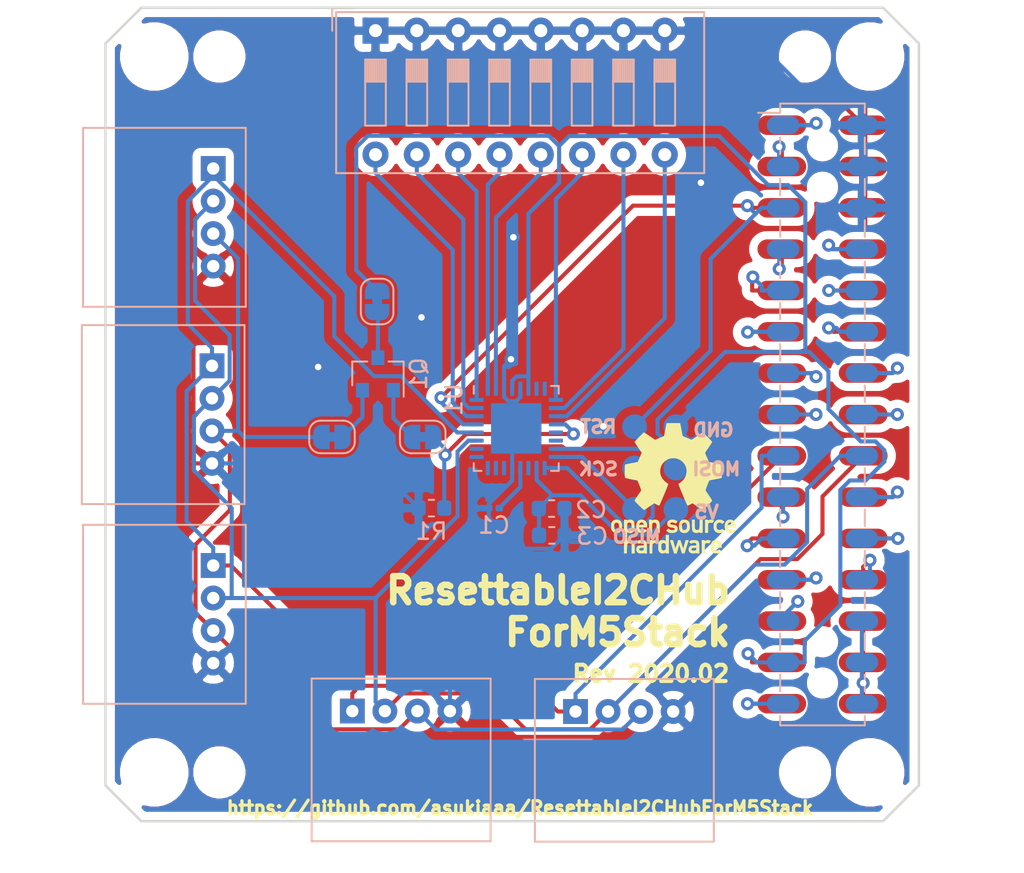
<source format=kicad_pcb>
(kicad_pcb (version 20171130) (host pcbnew 5.1.5-52549c5~84~ubuntu18.04.1)
  (layers (0 F.Cu signal) (31 B.Cu signal) (34 B.Paste user) (35 F.Paste user) (36 B.SilkS user) (37 F.SilkS user) (38 B.Mask user) (39 F.Mask user) (44 Edge.Cuts user))
  (net 0 "")
  (net 1 GND)
  (net 2 +BATT)
  (net 3 +5V)
  (net 4 +3V3)
  (net 5 "Net-(C1-Pad2)")
  (net 6 /CONTROLLED_V5)
  (net 7 /21_SDA)
  (net 8 /22_SCL)
  (net 9 /MISO)
  (net 10 /SCK)
  (net 11 /MOSI)
  (net 12 /RST)
  (net 13 /HPWR)
  (net 14 /15)
  (net 15 /12)
  (net 16 /2)
  (net 17 /16)
  (net 18 /3)
  (net 19 /18)
  (net 20 /19)
  (net 21 /23)
  (net 22 /34)
  (net 23 /0)
  (net 24 /13)
  (net 25 /5)
  (net 26 /17)
  (net 27 /1)
  (net 28 /26)
  (net 29 /25)
  (net 30 /36)
  (net 31 /35)
  (net 32 /P_MOSFET_GATE)
  (net 33 "Net-(JP1-Pad2)")
  (net 34 "Net-(JP2-Pad1)")
  (net 35 "Net-(JP3-Pad2)")
  (net 36 /DIP8)
  (net 37 /DIP7)
  (net 38 /DIP6)
  (net 39 /DIP5)
  (net 40 /DIP4)
  (net 41 /DIP3)
  (net 42 /DIP2)
  (net 43 /DIP1)
  (net 44 "Net-(U1-Pad26)")
  (net 45 "Net-(U1-Pad25)")
  (net 46 "Net-(U1-Pad24)")
  (net 47 "Net-(U1-Pad23)")
  (net 48 "Net-(U1-Pad22)")
  (net 49 "Net-(U1-Pad19)")
  (net 50 "Net-(U1-Pad14)")
  (net 51 "Net-(U1-Pad13)")
  (net 52 "Net-(U1-Pad8)")
  (net 53 "Net-(U1-Pad7)")
  (module Package_TO_SOT_SMD:SOT-23 (layer B.Cu) (at 116.749 72.5082 90)
    (fp_text reference Q1 (at 0 2.5 90) (layer B.SilkS) (effects (justify mirror)))
    (fp_text value Q_PMOS_GSD)
    (pad 3 smd rect (at 1 0 90) (size 0.9 0.8) (layers B.Cu B.Paste B.Mask) (net 34 "Net-(JP2-Pad1)"))
    (pad 2 smd rect (at -1 -0.95 90) (size 0.9 0.8) (layers B.Cu B.Paste B.Mask) (net 35 "Net-(JP3-Pad2)"))
    (pad 1 smd rect (at -1 0.95 90) (size 0.9 0.8) (layers B.Cu B.Paste B.Mask) (net 33 "Net-(JP1-Pad2)"))
  )
  (module Capacitor_SMD:C_0201_0603Metric (layer B.Cu) (at 123.886 80.7582)
    (fp_text reference C1 (at 0 1.05) (layer B.SilkS) (effects (justify mirror)))
    (fp_text value 0.1uf)
    (pad 2 smd roundrect (at 0.32 0) (size 0.46 0.4) (layers B.Cu B.Mask) (net 5 "Net-(C1-Pad2)"))
    (pad 1 smd roundrect (at -0.32 0) (size 0.46 0.4) (layers B.Cu B.Mask) (net 1 GND))
  )
  (module footprints:NS-Tech_Grove_1x04_P2mm_Horizontal (layer B.Cu) (at 106.549 75.0082 180)
    (fp_text reference J8 hide)
    (fp_text value Conn_01x04)
    (pad 4 thru_hole circle (at 0 -3 180) (size 1.524 1.524) (drill 0.762) (layers *.Cu *.Mask) (net 1 GND))
    (pad 3 thru_hole circle (at 0 -1 180) (size 1.524 1.524) (drill 0.762) (layers *.Cu *.Mask) (net 6 /CONTROLLED_V5))
    (pad 2 thru_hole circle (at 0 1 180) (size 1.524 1.524) (drill 0.762) (layers *.Cu *.Mask) (net 7 /21_SDA))
    (pad 1 thru_hole rect (at 0 3 180) (size 1.524 1.524) (drill 0.762) (layers *.Cu *.Mask) (net 8 /22_SCL))
  )
  (module footprints:NS-Tech_Grove_1x04_P2mm_Horizontal (layer B.Cu) (at 106.624 87.2832 180)
    (fp_text reference J7 hide)
    (fp_text value Conn_01x04)
    (pad 4 thru_hole circle (at 0 -3 180) (size 1.524 1.524) (drill 0.762) (layers *.Cu *.Mask) (net 1 GND))
    (pad 3 thru_hole circle (at 0 -1 180) (size 1.524 1.524) (drill 0.762) (layers *.Cu *.Mask) (net 6 /CONTROLLED_V5))
    (pad 2 thru_hole circle (at 0 1 180) (size 1.524 1.524) (drill 0.762) (layers *.Cu *.Mask) (net 7 /21_SDA))
    (pad 1 thru_hole rect (at 0 3 180) (size 1.524 1.524) (drill 0.762) (layers *.Cu *.Mask) (net 8 /22_SCL))
  )
  (module footprints:NS-Tech_Grove_1x04_P2mm_Horizontal (layer B.Cu) (at 131.894 93.2582 270)
    (fp_text reference J6 hide)
    (fp_text value Conn_01x04)
    (pad 4 thru_hole circle (at 0 -3 270) (size 1.524 1.524) (drill 0.762) (layers *.Cu *.Mask) (net 1 GND))
    (pad 3 thru_hole circle (at 0 -1 270) (size 1.524 1.524) (drill 0.762) (layers *.Cu *.Mask) (net 6 /CONTROLLED_V5))
    (pad 2 thru_hole circle (at 0 1 270) (size 1.524 1.524) (drill 0.762) (layers *.Cu *.Mask) (net 7 /21_SDA))
    (pad 1 thru_hole rect (at 0 3 270) (size 1.524 1.524) (drill 0.762) (layers *.Cu *.Mask) (net 8 /22_SCL))
  )
  (module footprints:NS-Tech_Grove_1x04_P2mm_Horizontal (layer B.Cu) (at 118.174 93.2332 270)
    (fp_text reference J5 hide)
    (fp_text value Conn_01x04)
    (pad 4 thru_hole circle (at 0 -3 270) (size 1.524 1.524) (drill 0.762) (layers *.Cu *.Mask) (net 1 GND))
    (pad 3 thru_hole circle (at 0 -1 270) (size 1.524 1.524) (drill 0.762) (layers *.Cu *.Mask) (net 6 /CONTROLLED_V5))
    (pad 2 thru_hole circle (at 0 1 270) (size 1.524 1.524) (drill 0.762) (layers *.Cu *.Mask) (net 7 /21_SDA))
    (pad 1 thru_hole rect (at 0 3 270) (size 1.524 1.524) (drill 0.762) (layers *.Cu *.Mask) (net 8 /22_SCL))
  )
  (module footprints:PinHeader_2x15_P2.54mm_M5Stack (layer F.Cu) (at 144.074 75)
    (fp_text reference J3 hide)
    (fp_text value Header)
    (pad "" np_thru_hole oval (at 0 13.97) (size 0.9 0.9) (drill 0.9) (layers *.Cu *.Mask))
    (pad "" np_thru_hole oval (at 0 -13.97) (size 0.9 0.9) (drill 0.9) (layers *.Cu *.Mask))
    (pad 30 smd oval (at 2.5 17.78) (size 3 1.2) (layers F.Cu F.Paste F.Mask) (net 13 /HPWR))
    (pad 28 smd oval (at 2.5 15.24) (size 3 1.2) (layers F.Cu F.Paste F.Mask) (net 13 /HPWR))
    (pad 26 smd oval (at 2.5 12.7) (size 3 1.2) (layers F.Cu F.Paste F.Mask) (net 13 /HPWR))
    (pad 24 smd oval (at 2.5 10.16) (size 3 1.2) (layers F.Cu F.Paste F.Mask) (net 14 /15))
    (pad 22 smd oval (at 2.5 7.62) (size 3 1.2) (layers F.Cu F.Paste F.Mask) (net 15 /12))
    (pad 20 smd oval (at 2.5 5.08) (size 3 1.2) (layers F.Cu F.Paste F.Mask) (net 16 /2))
    (pad 18 smd oval (at 2.5 2.54) (size 3 1.2) (layers F.Cu F.Paste F.Mask) (net 7 /21_SDA))
    (pad 16 smd oval (at 2.5 0.01) (size 3 1.2) (layers F.Cu F.Paste F.Mask) (net 17 /16))
    (pad 14 smd oval (at 2.5 -2.55) (size 3 1.2) (layers F.Cu F.Paste F.Mask) (net 18 /3))
    (pad 12 smd oval (at 2.5 -5.08) (size 3 1.2) (layers F.Cu F.Paste F.Mask) (net 19 /18))
    (pad 10 smd oval (at 2.5 -7.62) (size 3 1.2) (layers F.Cu F.Paste F.Mask) (net 20 /19))
    (pad 8 smd oval (at 2.5 -10.16) (size 3 1.2) (layers F.Cu F.Paste F.Mask) (net 21 /23))
    (pad 6 smd oval (at 2.5 -12.7) (size 3 1.2) (layers F.Cu F.Paste F.Mask) (net 1 GND))
    (pad 4 smd oval (at 2.5 -15.24) (size 3 1.2) (layers F.Cu F.Paste F.Mask) (net 1 GND))
    (pad 2 smd oval (at 2.5 -17.78) (size 3 1.2) (layers F.Cu F.Paste F.Mask) (net 1 GND))
    (pad 29 smd oval (at -2.5 17.78) (size 3 1.2) (layers F.Cu F.Paste F.Mask) (net 2 +BATT))
    (pad 27 smd oval (at -2.5 15.24) (size 3 1.2) (layers F.Cu F.Paste F.Mask) (net 3 +5V))
    (pad 25 smd oval (at -2.5 12.7) (size 3 1.2) (layers F.Cu F.Paste F.Mask) (net 22 /34))
    (pad 23 smd oval (at -2.5 10.16) (size 3 1.2) (layers F.Cu F.Paste F.Mask) (net 23 /0))
    (pad 21 smd oval (at -2.5 7.62) (size 3 1.2) (layers F.Cu F.Paste F.Mask) (net 24 /13))
    (pad 19 smd oval (at -2.5 5.08) (size 3 1.2) (layers F.Cu F.Paste F.Mask) (net 25 /5))
    (pad 17 smd oval (at -2.5 2.54) (size 3 1.2) (layers F.Cu F.Paste F.Mask) (net 8 /22_SCL))
    (pad 15 smd oval (at -2.5 0.01) (size 3 1.2) (layers F.Cu F.Paste F.Mask) (net 26 /17))
    (pad 13 smd oval (at -2.5 -2.54) (size 3 1.2) (layers F.Cu F.Paste F.Mask) (net 27 /1))
    (pad 11 smd oval (at -2.5 -5.08) (size 3 1.2) (layers F.Cu F.Paste F.Mask) (net 4 +3V3))
    (pad 9 smd oval (at -2.5 -7.62) (size 3 1.2) (layers F.Cu F.Paste F.Mask) (net 28 /26))
    (pad 7 smd oval (at -2.5 -10.16) (size 3 1.2) (layers F.Cu F.Paste F.Mask) (net 29 /25))
    (pad 5 smd oval (at -2.5 -12.7) (size 3 1.2) (layers F.Cu F.Paste F.Mask) (net 12 /RST))
    (pad 3 smd oval (at -2.5 -15.24) (size 3 1.2) (layers F.Cu F.Paste F.Mask) (net 30 /36))
    (pad 1 smd oval (at -2.5 -17.78) (size 3 1.2) (layers F.Cu F.Paste F.Mask) (net 31 /35))
  )
  (module Package_DFN_QFN:QFN-32-1EP_5x5mm_P0.5mm_EP3.1x3.1mm (layer B.Cu) (at 125.249 75.8582 270)
    (fp_text reference U1 (at -1.775 3.825 90) (layer B.SilkS) (effects (justify mirror)))
    (fp_text value ATmega328P-MU)
    (pad 33 smd rect (at 0 0 270) (size 3.1 3.1) (layers B.Cu B.Mask) (net 1 GND))
    (pad 32 smd roundrect (at -1.75 2.4375 270) (size 0.25 0.875) (layers B.Cu B.Paste B.Mask) (net 41 /DIP3))
    (pad 31 smd roundrect (at -1.25 2.4375 270) (size 0.25 0.875) (layers B.Cu B.Paste B.Mask) (net 42 /DIP2))
    (pad 30 smd roundrect (at -0.75 2.4375 270) (size 0.25 0.875) (layers B.Cu B.Paste B.Mask) (net 43 /DIP1))
    (pad 29 smd roundrect (at -0.25 2.4375 270) (size 0.25 0.875) (layers B.Cu B.Paste B.Mask) (net 12 /RST))
    (pad 28 smd roundrect (at 0.25 2.4375 270) (size 0.25 0.875) (layers B.Cu B.Paste B.Mask) (net 8 /22_SCL))
    (pad 27 smd roundrect (at 0.75 2.4375 270) (size 0.25 0.875) (layers B.Cu B.Paste B.Mask) (net 7 /21_SDA))
    (pad 26 smd roundrect (at 1.25 2.4375 270) (size 0.25 0.875) (layers B.Cu B.Paste B.Mask) (net 44 "Net-(U1-Pad26)"))
    (pad 25 smd roundrect (at 1.75 2.4375 270) (size 0.25 0.875) (layers B.Cu B.Paste B.Mask) (net 45 "Net-(U1-Pad25)"))
    (pad 24 smd roundrect (at 2.4375 1.75 270) (size 0.875 0.25) (layers B.Cu B.Paste B.Mask) (net 46 "Net-(U1-Pad24)"))
    (pad 23 smd roundrect (at 2.4375 1.25 270) (size 0.875 0.25) (layers B.Cu B.Paste B.Mask) (net 47 "Net-(U1-Pad23)"))
    (pad 22 smd roundrect (at 2.4375 0.75 270) (size 0.875 0.25) (layers B.Cu B.Paste B.Mask) (net 48 "Net-(U1-Pad22)"))
    (pad 21 smd roundrect (at 2.4375 0.25 270) (size 0.875 0.25) (layers B.Cu B.Paste B.Mask) (net 1 GND))
    (pad 20 smd roundrect (at 2.4375 -0.25 270) (size 0.875 0.25) (layers B.Cu B.Paste B.Mask) (net 5 "Net-(C1-Pad2)"))
    (pad 19 smd roundrect (at 2.4375 -0.75 270) (size 0.875 0.25) (layers B.Cu B.Paste B.Mask) (net 49 "Net-(U1-Pad19)"))
    (pad 18 smd roundrect (at 2.4375 -1.25 270) (size 0.875 0.25) (layers B.Cu B.Paste B.Mask) (net 3 +5V))
    (pad 17 smd roundrect (at 2.4375 -1.75 270) (size 0.875 0.25) (layers B.Cu B.Paste B.Mask) (net 10 /SCK))
    (pad 16 smd roundrect (at 1.75 -2.4375 270) (size 0.25 0.875) (layers B.Cu B.Paste B.Mask) (net 9 /MISO))
    (pad 15 smd roundrect (at 1.25 -2.4375 270) (size 0.25 0.875) (layers B.Cu B.Paste B.Mask) (net 11 /MOSI))
    (pad 14 smd roundrect (at 0.75 -2.4375 270) (size 0.25 0.875) (layers B.Cu B.Paste B.Mask) (net 50 "Net-(U1-Pad14)"))
    (pad 13 smd roundrect (at 0.25 -2.4375 270) (size 0.25 0.875) (layers B.Cu B.Paste B.Mask) (net 51 "Net-(U1-Pad13)"))
    (pad 12 smd roundrect (at -0.25 -2.4375 270) (size 0.25 0.875) (layers B.Cu B.Paste B.Mask) (net 32 /P_MOSFET_GATE))
    (pad 11 smd roundrect (at -0.75 -2.4375 270) (size 0.25 0.875) (layers B.Cu B.Paste B.Mask) (net 36 /DIP8))
    (pad 10 smd roundrect (at -1.25 -2.4375 270) (size 0.25 0.875) (layers B.Cu B.Paste B.Mask) (net 37 /DIP7))
    (pad 9 smd roundrect (at -1.75 -2.4375 270) (size 0.25 0.875) (layers B.Cu B.Paste B.Mask) (net 38 /DIP6))
    (pad 8 smd roundrect (at -2.4375 -1.75 270) (size 0.875 0.25) (layers B.Cu B.Paste B.Mask) (net 52 "Net-(U1-Pad8)"))
    (pad 7 smd roundrect (at -2.4375 -1.25 270) (size 0.875 0.25) (layers B.Cu B.Paste B.Mask) (net 53 "Net-(U1-Pad7)"))
    (pad 6 smd roundrect (at -2.4375 -0.75 270) (size 0.875 0.25) (layers B.Cu B.Paste B.Mask) (net 3 +5V))
    (pad 5 smd roundrect (at -2.4375 -0.25 270) (size 0.875 0.25) (layers B.Cu B.Paste B.Mask) (net 1 GND))
    (pad 4 smd roundrect (at -2.4375 0.25 270) (size 0.875 0.25) (layers B.Cu B.Paste B.Mask) (net 3 +5V))
    (pad 3 smd roundrect (at -2.4375 0.75 270) (size 0.875 0.25) (layers B.Cu B.Paste B.Mask) (net 1 GND))
    (pad 2 smd roundrect (at -2.4375 1.25 270) (size 0.875 0.25) (layers B.Cu B.Paste B.Mask) (net 39 /DIP5))
    (pad 1 smd roundrect (at -2.4375 1.75 270) (size 0.875 0.25) (layers B.Cu B.Paste B.Mask) (net 40 /DIP4))
  )
  (module Button_Switch_THT:SW_DIP_SPSTx08_Slide_9.78x22.5mm_W7.62mm_P2.54mm (layer B.Cu) (at 116.599 51.4082 270)
    (fp_text reference SW1 hide)
    (fp_text value SW_DIP_x08)
    (pad 16 thru_hole oval (at 7.62 0 270) (size 1.6 1.6) (drill 0.8) (layers *.Cu *.Mask) (net 43 /DIP1))
    (pad 8 thru_hole oval (at 0 -17.78 270) (size 1.6 1.6) (drill 0.8) (layers *.Cu *.Mask) (net 1 GND))
    (pad 15 thru_hole oval (at 7.62 -2.54 270) (size 1.6 1.6) (drill 0.8) (layers *.Cu *.Mask) (net 42 /DIP2))
    (pad 7 thru_hole oval (at 0 -15.24 270) (size 1.6 1.6) (drill 0.8) (layers *.Cu *.Mask) (net 1 GND))
    (pad 14 thru_hole oval (at 7.62 -5.08 270) (size 1.6 1.6) (drill 0.8) (layers *.Cu *.Mask) (net 41 /DIP3))
    (pad 6 thru_hole oval (at 0 -12.7 270) (size 1.6 1.6) (drill 0.8) (layers *.Cu *.Mask) (net 1 GND))
    (pad 13 thru_hole oval (at 7.62 -7.62 270) (size 1.6 1.6) (drill 0.8) (layers *.Cu *.Mask) (net 40 /DIP4))
    (pad 5 thru_hole oval (at 0 -10.16 270) (size 1.6 1.6) (drill 0.8) (layers *.Cu *.Mask) (net 1 GND))
    (pad 12 thru_hole oval (at 7.62 -10.16 270) (size 1.6 1.6) (drill 0.8) (layers *.Cu *.Mask) (net 39 /DIP5))
    (pad 4 thru_hole oval (at 0 -7.62 270) (size 1.6 1.6) (drill 0.8) (layers *.Cu *.Mask) (net 1 GND))
    (pad 11 thru_hole oval (at 7.62 -12.7 270) (size 1.6 1.6) (drill 0.8) (layers *.Cu *.Mask) (net 38 /DIP6))
    (pad 3 thru_hole oval (at 0 -5.08 270) (size 1.6 1.6) (drill 0.8) (layers *.Cu *.Mask) (net 1 GND))
    (pad 10 thru_hole oval (at 7.62 -15.24 270) (size 1.6 1.6) (drill 0.8) (layers *.Cu *.Mask) (net 37 /DIP7))
    (pad 2 thru_hole oval (at 0 -2.54 270) (size 1.6 1.6) (drill 0.8) (layers *.Cu *.Mask) (net 1 GND))
    (pad 9 thru_hole oval (at 7.62 -17.78 270) (size 1.6 1.6) (drill 0.8) (layers *.Cu *.Mask) (net 36 /DIP8))
    (pad 1 thru_hole rect (at 0 0 270) (size 1.6 1.6) (drill 0.8) (layers *.Cu *.Mask) (net 1 GND))
  )
  (module Resistor_SMD:R_0603_1608Metric (layer B.Cu) (at 120.036 80.7582)
    (fp_text reference R1 (at 0 1.43) (layer B.SilkS) (effects (justify mirror)))
    (fp_text value 10k)
    (pad 2 smd roundrect (at 0.7875 0) (size 0.875 0.95) (layers B.Cu B.Paste B.Mask) (net 32 /P_MOSFET_GATE))
    (pad 1 smd roundrect (at -0.7875 0) (size 0.875 0.95) (layers B.Cu B.Paste B.Mask) (net 1 GND))
  )
  (module Jumper:SolderJumper-2_P1.3mm_Bridged_RoundedPad1.0x1.5mm (layer B.Cu) (at 113.924 76.3832)
    (fp_text reference JP3 hide)
    (fp_text value NC)
    (fp_poly (pts (xy 0.25 0.3) (xy -0.25 0.3) (xy -0.25 -0.3) (xy 0.25 -0.3)) (layer B.Cu) (width 0))
    (pad 1 smd custom (at -0.65 0) (size 1 0.5) (layers B.Cu B.Mask) (net 6 /CONTROLLED_V5) (options (clearance outline) (anchor rect)) (primitives (gr_circle (center 0 -0.25) (end 0.5 -0.25) (width 0)) (gr_circle (center 0 0.25) (end 0.5 0.25) (width 0)) (gr_poly (pts (xy 0 0.75) (xy 0.5 0.75) (xy 0.5 -0.75) (xy 0 -0.75)) (width 0))))
    (pad 2 smd custom (at 0.65 0) (size 1 0.5) (layers B.Cu B.Mask) (net 35 "Net-(JP3-Pad2)") (options (clearance outline) (anchor rect)) (primitives (gr_circle (center 0 -0.25) (end 0.5 -0.25) (width 0)) (gr_circle (center 0 0.25) (end 0.5 0.25) (width 0)) (gr_poly (pts (xy 0 0.75) (xy -0.5 0.75) (xy -0.5 -0.75) (xy 0 -0.75)) (width 0))))
  )
  (module Jumper:SolderJumper-2_P1.3mm_Bridged_RoundedPad1.0x1.5mm (layer B.Cu) (at 116.699 68.0582 90)
    (fp_text reference JP2 hide)
    (fp_text value NC)
    (fp_poly (pts (xy 0.25 0.3) (xy -0.25 0.3) (xy -0.25 -0.3) (xy 0.25 -0.3)) (layer B.Cu) (width 0))
    (pad 1 smd custom (at -0.65 0 90) (size 1 0.5) (layers B.Cu B.Mask) (net 34 "Net-(JP2-Pad1)") (options (clearance outline) (anchor rect)) (primitives (gr_circle (center 0 -0.25) (end 0.5 -0.25) (width 0)) (gr_circle (center 0 0.25) (end 0.5 0.25) (width 0)) (gr_poly (pts (xy 0 0.75) (xy 0.5 0.75) (xy 0.5 -0.75) (xy 0 -0.75)) (width 0))))
    (pad 2 smd custom (at 0.65 0 90) (size 1 0.5) (layers B.Cu B.Mask) (net 3 +5V) (options (clearance outline) (anchor rect)) (primitives (gr_circle (center 0 -0.25) (end 0.5 -0.25) (width 0)) (gr_circle (center 0 0.25) (end 0.5 0.25) (width 0)) (gr_poly (pts (xy 0 0.75) (xy -0.5 0.75) (xy -0.5 -0.75) (xy 0 -0.75)) (width 0))))
  )
  (module Jumper:SolderJumper-2_P1.3mm_Bridged_RoundedPad1.0x1.5mm (layer B.Cu) (at 119.499 76.3832 180)
    (fp_text reference JP1 hide)
    (fp_text value NC)
    (fp_poly (pts (xy 0.25 0.3) (xy -0.25 0.3) (xy -0.25 -0.3) (xy 0.25 -0.3)) (layer B.Cu) (width 0))
    (pad 1 smd custom (at -0.65 0 180) (size 1 0.5) (layers B.Cu B.Mask) (net 32 /P_MOSFET_GATE) (options (clearance outline) (anchor rect)) (primitives (gr_circle (center 0 -0.25) (end 0.5 -0.25) (width 0)) (gr_circle (center 0 0.25) (end 0.5 0.25) (width 0)) (gr_poly (pts (xy 0 0.75) (xy 0.5 0.75) (xy 0.5 -0.75) (xy 0 -0.75)) (width 0))))
    (pad 2 smd custom (at 0.65 0 180) (size 1 0.5) (layers B.Cu B.Mask) (net 33 "Net-(JP1-Pad2)") (options (clearance outline) (anchor rect)) (primitives (gr_circle (center 0 -0.25) (end 0.5 -0.25) (width 0)) (gr_circle (center 0 0.25) (end 0.5 0.25) (width 0)) (gr_poly (pts (xy 0 0.75) (xy -0.5 0.75) (xy -0.5 -0.75) (xy 0 -0.75)) (width 0))))
  )
  (module footprints:2x03_P2.54mm_Pads (layer B.Cu) (at 133.794 78.2932)
    (fp_text reference J2 hide)
    (fp_text value Conn_01x06)
    (pad 1 connect circle (at -1.27 2.54) (size 1.524 1.524) (layers B.Cu B.Mask) (net 9 /MISO))
    (pad 2 connect circle (at 1.27 2.54) (size 1.524 1.524) (layers B.Cu B.Mask) (net 3 +5V))
    (pad 3 connect circle (at -1.27 0) (size 1.524 1.524) (layers B.Cu B.Mask) (net 10 /SCK))
    (pad 4 connect circle (at 1.27 0) (size 1.524 1.524) (layers B.Cu B.Mask) (net 11 /MOSI))
    (pad 5 connect circle (at -1.27 -2.54) (size 1.524 1.524) (layers B.Cu B.Mask) (net 12 /RST))
    (pad 6 connect circle (at 1.27 -2.54) (size 1.524 1.524) (layers B.Cu B.Mask) (net 1 GND))
  )
  (module footprints:NS-Tech_Grove_1x04_P2mm_Horizontal (layer B.Cu) (at 106.624 62.8832 180)
    (fp_text reference J1 hide)
    (fp_text value Conn_01x04)
    (pad 4 thru_hole circle (at 0 -3 180) (size 1.524 1.524) (drill 0.762) (layers *.Cu *.Mask) (net 1 GND))
    (pad 3 thru_hole circle (at 0 -1 180) (size 1.524 1.524) (drill 0.762) (layers *.Cu *.Mask) (net 6 /CONTROLLED_V5))
    (pad 2 thru_hole circle (at 0 1 180) (size 1.524 1.524) (drill 0.762) (layers *.Cu *.Mask) (net 7 /21_SDA))
    (pad 1 thru_hole rect (at 0 3 180) (size 1.524 1.524) (drill 0.762) (layers *.Cu *.Mask) (net 8 /22_SCL))
  )
  (module Capacitor_SMD:C_0603_1608Metric (layer B.Cu) (at 127.436 82.4332)
    (fp_text reference C3 (at 2.4875 0.05) (layer B.SilkS) (effects (justify mirror)))
    (fp_text value 1uf)
    (pad 2 smd roundrect (at 0.7875 0) (size 0.875 0.95) (layers B.Cu B.Paste B.Mask) (net 1 GND))
    (pad 1 smd roundrect (at -0.7875 0) (size 0.875 0.95) (layers B.Cu B.Paste B.Mask) (net 3 +5V))
  )
  (module Capacitor_SMD:C_0603_1608Metric (layer B.Cu) (at 127.424 80.7832)
    (fp_text reference C2 (at 2.425 0.075) (layer B.SilkS) (effects (justify mirror)))
    (fp_text value 0.1uf)
    (pad 1 smd roundrect (at -0.7875 0) (size 0.875 0.95) (layers B.Cu B.Paste B.Mask) (net 3 +5V))
    (pad 2 smd roundrect (at 0.7875 0) (size 0.875 0.95) (layers B.Cu B.Paste B.Mask) (net 1 GND))
  )
  (module footprints:PinSocket_2x15_P2.54mm_Vertical_SMD_just_for_M5Stack_bottom (layer B.Cu) (at 144.074 75 180)
    (fp_text reference J4 hide)
    (fp_text value Socket)
    (pad 30 smd oval (at -2.42 -17.78 180) (size 2 1.1) (layers B.Cu B.Paste B.Mask) (net 13 /HPWR))
    (pad 29 smd oval (at 2.42 -17.78 180) (size 2 1.1) (layers B.Cu B.Paste B.Mask) (net 2 +BATT))
    (pad 28 smd oval (at -2.42 -15.24 180) (size 2 1.1) (layers B.Cu B.Paste B.Mask) (net 13 /HPWR))
    (pad 27 smd oval (at 2.42 -15.24 180) (size 2 1.1) (layers B.Cu B.Paste B.Mask) (net 3 +5V))
    (pad 26 smd oval (at -2.42 -12.7 180) (size 2 1.1) (layers B.Cu B.Paste B.Mask) (net 13 /HPWR))
    (pad 25 smd oval (at 2.42 -12.7 180) (size 2 1.1) (layers B.Cu B.Paste B.Mask) (net 22 /34))
    (pad 24 smd oval (at -2.42 -10.16 180) (size 2 1.1) (layers B.Cu B.Paste B.Mask) (net 14 /15))
    (pad 23 smd oval (at 2.42 -10.16 180) (size 2 1.1) (layers B.Cu B.Paste B.Mask) (net 23 /0))
    (pad 22 smd oval (at -2.42 -7.62 180) (size 2 1.1) (layers B.Cu B.Paste B.Mask) (net 15 /12))
    (pad 21 smd oval (at 2.42 -7.62 180) (size 2 1.1) (layers B.Cu B.Paste B.Mask) (net 24 /13))
    (pad 20 smd oval (at -2.42 -5.08 180) (size 2 1.1) (layers B.Cu B.Paste B.Mask) (net 16 /2))
    (pad 19 smd oval (at 2.42 -5.08 180) (size 2 1.1) (layers B.Cu B.Paste B.Mask) (net 25 /5))
    (pad 18 smd oval (at -2.42 -2.54 180) (size 2 1.1) (layers B.Cu B.Paste B.Mask) (net 7 /21_SDA))
    (pad 17 smd oval (at 2.42 -2.54 180) (size 2 1.1) (layers B.Cu B.Paste B.Mask) (net 8 /22_SCL))
    (pad 16 smd oval (at -2.42 0 180) (size 2 1.1) (layers B.Cu B.Paste B.Mask) (net 17 /16))
    (pad 15 smd oval (at 2.42 0 180) (size 2 1.1) (layers B.Cu B.Paste B.Mask) (net 26 /17))
    (pad 14 smd oval (at -2.42 2.54 180) (size 2 1.1) (layers B.Cu B.Paste B.Mask) (net 18 /3))
    (pad 13 smd oval (at 2.42 2.54 180) (size 2 1.1) (layers B.Cu B.Paste B.Mask) (net 27 /1))
    (pad 12 smd oval (at -2.42 5.08 180) (size 2 1.1) (layers B.Cu B.Paste B.Mask) (net 19 /18))
    (pad 11 smd oval (at 2.42 5.08 180) (size 2 1.1) (layers B.Cu B.Paste B.Mask) (net 4 +3V3))
    (pad 10 smd oval (at -2.42 7.62 180) (size 2 1.1) (layers B.Cu B.Paste B.Mask) (net 20 /19))
    (pad 9 smd oval (at 2.42 7.62 180) (size 2 1.1) (layers B.Cu B.Paste B.Mask) (net 28 /26))
    (pad 8 smd oval (at -2.42 10.16 180) (size 2 1.1) (layers B.Cu B.Paste B.Mask) (net 21 /23))
    (pad 7 smd oval (at 2.42 10.16 180) (size 2 1.1) (layers B.Cu B.Paste B.Mask) (net 29 /25))
    (pad 6 smd oval (at -2.42 12.7 180) (size 2 1.1) (layers B.Cu B.Paste B.Mask) (net 1 GND))
    (pad 5 smd oval (at 2.42 12.7 180) (size 2 1.1) (layers B.Cu B.Paste B.Mask) (net 12 /RST))
    (pad 4 smd oval (at -2.52 15.24 180) (size 2 1.1) (layers B.Cu B.Paste B.Mask) (net 1 GND))
    (pad 3 smd oval (at 2.42 15.24 180) (size 2 1.1) (layers B.Cu B.Paste B.Mask) (net 30 /36))
    (pad 2 smd oval (at -2.42 17.78 180) (size 2 1.1) (layers B.Cu B.Paste B.Mask) (net 1 GND))
    (pad 1 smd oval (at 2.42 17.78 180) (size 2 1.1) (layers B.Cu B.Paste B.Mask) (net 31 /35))
    (pad "" np_thru_hole circle (at 0 16.51 180) (size 0.9 0.9) (drill 0.9) (layers *.Cu *.Mask))
    (pad "" np_thru_hole circle (at 0 -16.51 180) (size 0.9 0.9) (drill 0.9) (layers *.Cu *.Mask))
  )
  (module MountingHole:MountingHole_3.2mm_M3 (layer F.Cu) (at 103 53)
    (fp_text reference REF1 hide)
    (fp_text value MountingHole_3.2mm_M3)
    (pad 1 np_thru_hole circle (at 0 0) (size 3.2 3.2) (drill 3.2) (layers *.Cu *.Mask))
  )
  (module MountingHole:MountingHole_3.2mm_M3 (layer F.Cu) (at 147 53)
    (fp_text reference REF4 hide)
    (fp_text value MountingHole_3.2mm_M3)
    (pad 1 np_thru_hole circle (at 0 0) (size 3.2 3.2) (drill 3.2) (layers *.Cu *.Mask))
  )
  (module MountingHole:MountingHole_3.2mm_M3 (layer F.Cu) (at 103 97)
    (fp_text reference REF6 hide)
    (fp_text value MountingHole_3.2mm_M3)
    (pad 1 np_thru_hole circle (at 0 0) (size 3.2 3.2) (drill 3.2) (layers *.Cu *.Mask))
  )
  (module MountingHole:MountingHole_3.2mm_M3 (layer F.Cu) (at 147 97)
    (fp_text reference REF9 hide)
    (fp_text value MountingHole_3.2mm_M3)
    (pad 1 np_thru_hole circle (at 0 0) (size 3.2 3.2) (drill 3.2) (layers *.Cu *.Mask))
  )
  (module MountingHole:MountingHole_2.2mm_M2 (layer F.Cu) (at 107 53)
    (fp_text reference REF2 hide)
    (fp_text value MountingHole_2.2mm_M2)
    (pad 1 np_thru_hole circle (at 0 0) (size 2.2 2.2) (drill 2.2) (layers *.Cu *.Mask))
  )
  (module MountingHole:MountingHole_2.2mm_M2 (layer F.Cu) (at 143 53)
    (fp_text reference REF3 hide)
    (fp_text value MountingHole_2.2mm_M2)
    (pad 1 np_thru_hole circle (at 0 0) (size 2.2 2.2) (drill 2.2) (layers *.Cu *.Mask))
  )
  (module MountingHole:MountingHole_2.2mm_M2 (layer F.Cu) (at 107 97)
    (fp_text reference REF7 hide)
    (fp_text value MountingHole_2.2mm_M2)
    (pad 1 np_thru_hole circle (at 0 0) (size 2.2 2.2) (drill 2.2) (layers *.Cu *.Mask))
  )
  (module MountingHole:MountingHole_2.2mm_M2 (layer F.Cu) (at 143 97)
    (fp_text reference REF8 hide)
    (fp_text value MountingHole_2.2mm_M2)
    (pad 1 np_thru_hole circle (at 0 0) (size 2.2 2.2) (drill 2.2) (layers *.Cu *.Mask))
  )
  (module Symbol:OSHW-Logo_7.5x8mm_SilkScreen (layer F.Cu) (at 134.8988 79.5332)
    (fp_text reference REF** hide)
    (fp_text value OSHW-Logo_7.5x8mm_SilkScreen hide)
  )
  (gr_text MISO (at 132.6488 82.5082) (layer B.SilkS) (effects (font (size 0.8 0.8) (thickness 0.2)) (justify mirror)))
  (gr_text SCK (at 130.2988 78.3582) (layer B.SilkS) (effects (font (size 0.8 0.8) (thickness 0.2)) (justify mirror)))
  (gr_text RST (at 130.2988 75.7582) (layer B.SilkS) (effects (font (size 0.8 0.8) (thickness 0.2)) (justify mirror)))
  (gr_text V5 (at 136.9488 81.0082) (layer B.SilkS) (effects (font (size 0.8 0.8) (thickness 0.2)) (justify mirror)))
  (gr_text MOSI (at 137.5488 78.3582) (layer B.SilkS) (effects (font (size 0.8 0.8) (thickness 0.2)) (justify mirror)))
  (gr_text GND (at 137.3738 75.9582) (layer B.SilkS) (effects (font (size 0.8 0.8) (thickness 0.2)) (justify mirror)))
  (gr_line (start 150 52.2) (end 150 97.8) (layer Edge.Cuts) (width 0.15))
  (gr_text "Rev 2020.02" (at 133.5238 90.9332) (layer F.SilkS) (effects (font (size 1 1) (thickness 0.25))))
  (gr_text "ResettableI2CHub\nForM5Stack" (at 138.5988 87.1082) (layer F.SilkS) (effects (font (size 1.6 1.6) (thickness 0.4)) (justify right)))
  (gr_text https://github.com/asukiaaa/ResettableI2CHubForM5Stack (at 125.4738 99.1832) (layer F.SilkS) (effects (font (size 0.8 0.8) (thickness 0.2))))
  (gr_line (start 102.2 50) (end 100 52.2) (layer Edge.Cuts) (width 0.15))
  (gr_line (start 100 97.8) (end 100 52.2) (layer Edge.Cuts) (width 0.15))
  (gr_line (start 102.2 100) (end 100 97.8) (layer Edge.Cuts) (width 0.15))
  (gr_line (start 147.8 100) (end 102.2 100) (layer Edge.Cuts) (width 0.15))
  (gr_line (start 150 97.8) (end 147.8 100) (layer Edge.Cuts) (width 0.15))
  (gr_line (start 147.8 50) (end 150 52.2) (layer Edge.Cuts) (width 0.15))
  (gr_line (start 102.2 50) (end 147.8 50) (layer Edge.Cuts) (width 0.15))
  (segment (start 121.174 93.2332) (end 122.7598 94.819) (width 0.25) (layer F.Cu) (net 1))
  (segment (start 122.7598 94.819) (end 133.3332 94.819) (width 0.25) (layer F.Cu) (net 1))
  (segment (start 133.3332 94.819) (end 134.894 93.2582) (width 0.25) (layer F.Cu) (net 1))
  (segment (start 106.624 90.2832) (end 111.1429 94.8021) (width 0.25) (layer F.Cu) (net 1))
  (segment (start 111.1429 94.8021) (end 119.6051 94.8021) (width 0.25) (layer F.Cu) (net 1))
  (segment (start 119.6051 94.8021) (end 121.174 93.2332) (width 0.25) (layer F.Cu) (net 1))
  (segment (start 128.2235 82.4332) (end 128.6327 82.8424) (width 0.25) (layer B.Cu) (net 1))
  (segment (start 128.6327 82.8424) (end 134.6284 82.8424) (width 0.25) (layer B.Cu) (net 1))
  (segment (start 134.6284 82.8424) (end 136.6237 80.8471) (width 0.25) (layer B.Cu) (net 1))
  (segment (start 136.6237 80.8471) (end 136.6237 77.3129) (width 0.25) (layer B.Cu) (net 1))
  (segment (start 136.6237 77.3129) (end 135.064 75.7532) (width 0.25) (layer B.Cu) (net 1))
  (segment (start 128.2115 82.4212) (end 128.2235 82.4332) (width 0.25) (layer B.Cu) (net 1))
  (segment (start 128.2115 80.7832) (end 128.2115 82.4212) (width 0.25) (layer B.Cu) (net 1))
  (segment (start 128.2115 82.4212) (end 127.3814 83.2513) (width 0.25) (layer B.Cu) (net 1))
  (segment (start 127.3814 83.2513) (end 124.6275 83.2513) (width 0.25) (layer B.Cu) (net 1))
  (segment (start 124.6275 83.2513) (end 123.566 82.1898) (width 0.25) (layer B.Cu) (net 1))
  (segment (start 123.566 82.1898) (end 123.566 80.7582) (width 0.25) (layer B.Cu) (net 1))
  (segment (start 121.174 93.2332) (end 121.174 86.7048) (width 0.25) (layer B.Cu) (net 1))
  (segment (start 121.174 86.7048) (end 124.6275 83.2513) (width 0.25) (layer B.Cu) (net 1))
  (segment (start 105.4091 78.0082) (end 105.0165 78.4008) (width 0.25) (layer F.Cu) (net 1))
  (segment (start 105.0165 78.4008) (end 105.0165 88.6757) (width 0.25) (layer F.Cu) (net 1))
  (segment (start 105.0165 88.6757) (end 106.624 90.2832) (width 0.25) (layer F.Cu) (net 1))
  (segment (start 145.1687 57.22) (end 139.3569 51.4082) (width 0.25) (layer B.Cu) (net 1))
  (segment (start 139.3569 51.4082) (end 134.379 51.4082) (width 0.25) (layer B.Cu) (net 1))
  (segment (start 126.759 51.4082) (end 124.219 51.4082) (width 0.25) (layer F.Cu) (net 1))
  (segment (start 129.299 51.4082) (end 126.759 51.4082) (width 0.25) (layer F.Cu) (net 1))
  (segment (start 106.549 78.0082) (end 116.4985 78.0082) (width 0.25) (layer B.Cu) (net 1))
  (segment (start 116.4985 78.0082) (end 119.2485 80.7582) (width 0.25) (layer B.Cu) (net 1))
  (segment (start 106.549 78.0082) (end 105.4091 78.0082) (width 0.25) (layer F.Cu) (net 1))
  (segment (start 105.4091 78.0082) (end 105.4091 67.0981) (width 0.25) (layer F.Cu) (net 1))
  (segment (start 105.4091 67.0981) (end 106.624 65.8832) (width 0.25) (layer F.Cu) (net 1))
  (segment (start 116.599 51.4082) (end 116.599 55.9082) (width 0.25) (layer F.Cu) (net 1))
  (segment (start 116.599 55.9082) (end 106.624 65.8832) (width 0.25) (layer F.Cu) (net 1))
  (segment (start 116.599 51.4082) (end 119.139 51.4082) (width 0.25) (layer F.Cu) (net 1))
  (segment (start 146.574 59.76) (end 146.574 62.3) (width 0.25) (layer F.Cu) (net 1))
  (segment (start 123.566 80.7582) (end 123.566 80.4881) (width 0.25) (layer B.Cu) (net 1))
  (segment (start 123.566 80.4881) (end 124.999 79.0551) (width 0.25) (layer B.Cu) (net 1))
  (segment (start 124.999 79.0551) (end 124.999 78.2957) (width 0.25) (layer B.Cu) (net 1))
  (segment (start 125.249 74.1838) (end 125.499 73.9338) (width 0.25) (layer B.Cu) (net 1))
  (segment (start 125.499 73.9338) (end 125.499 73.4207) (width 0.25) (layer B.Cu) (net 1))
  (segment (start 124.499 73.4207) (end 124.499 73.9119) (width 0.25) (layer B.Cu) (net 1))
  (segment (start 124.499 73.9119) (end 124.7709 74.1838) (width 0.25) (layer B.Cu) (net 1))
  (segment (start 124.7709 74.1838) (end 125.249 74.1838) (width 0.25) (layer B.Cu) (net 1))
  (segment (start 125.249 75.8582) (end 125.249 74.1838) (width 0.25) (layer B.Cu) (net 1))
  (segment (start 124.999 78.2957) (end 124.999 76.1082) (width 0.25) (layer B.Cu) (net 1))
  (segment (start 124.999 76.1082) (end 125.249 75.8582) (width 0.25) (layer B.Cu) (net 1))
  (segment (start 146.494 59.76) (end 146.494 62.3) (width 0.25) (layer B.Cu) (net 1))
  (segment (start 146.574 57.22) (end 146.574 59.76) (width 0.25) (layer F.Cu) (net 1))
  (segment (start 135.5043 51.4082) (end 139.7637 55.6676) (width 0.25) (layer F.Cu) (net 1))
  (segment (start 139.7637 55.6676) (end 145.0216 55.6676) (width 0.25) (layer F.Cu) (net 1))
  (segment (start 145.0216 55.6676) (end 146.574 57.22) (width 0.25) (layer F.Cu) (net 1))
  (segment (start 134.379 51.4082) (end 135.5043 51.4082) (width 0.25) (layer F.Cu) (net 1))
  (segment (start 131.839 51.4082) (end 134.379 51.4082) (width 0.25) (layer F.Cu) (net 1))
  (segment (start 129.299 51.4082) (end 131.839 51.4082) (width 0.25) (layer F.Cu) (net 1))
  (segment (start 121.679 51.4082) (end 124.219 51.4082) (width 0.25) (layer F.Cu) (net 1))
  (segment (start 119.139 51.4082) (end 121.679 51.4082) (width 0.25) (layer F.Cu) (net 1))
  (segment (start 146.494 57.22) (end 145.1687 57.22) (width 0.25) (layer B.Cu) (net 1))
  (segment (start 146.494 59.76) (end 146.494 57.22) (width 0.25) (layer B.Cu) (net 1))
  (segment (start 146.594 59.76) (end 146.494 59.76) (width 0.25) (layer B.Cu) (net 1))
  (via (at 113.0738 72.0832) (size 0.8) (drill 0.4) (layers F.Cu B.Cu) (net 1))
  (segment (start 106.624 65.8832) (end 112.824 72.0832) (width 0.25) (layer F.Cu) (net 1))
  (segment (start 112.824 72.0832) (end 113.0738 72.0832) (width 0.25) (layer F.Cu) (net 1))
  (via (at 119.4238 69.0332) (size 0.8) (drill 0.4) (layers F.Cu B.Cu) (net 1))
  (segment (start 113.0738 72.0832) (end 116.3738 72.0832) (width 0.25) (layer F.Cu) (net 1))
  (segment (start 116.3738 72.0832) (end 119.4238 69.0332) (width 0.25) (layer F.Cu) (net 1))
  (segment (start 113.473799 72.483199) (end 115.623799 72.483199) (width 0.25) (layer F.Cu) (net 1))
  (segment (start 113.0738 72.0832) (end 113.473799 72.483199) (width 0.25) (layer F.Cu) (net 1))
  (segment (start 115.623799 72.483199) (end 118.9988 75.8582) (width 0.25) (layer F.Cu) (net 1))
  (segment (start 118.9988 75.8582) (end 120.8988 75.8582) (width 0.25) (layer F.Cu) (net 1))
  (segment (start 120.8988 75.8582) (end 121.2805 75.4765) (width 0.25) (layer F.Cu) (net 1))
  (segment (start 121.2805 75.4765) (end 125.249 75.4765) (width 0.25) (layer F.Cu) (net 1))
  (segment (start 124.499 73.4207) (end 124.499 72.033) (width 0.25) (layer B.Cu) (net 1))
  (via (at 124.9238 71.6082) (size 0.8) (drill 0.4) (layers F.Cu B.Cu) (net 1))
  (segment (start 124.499 72.033) (end 124.9238 71.6082) (width 0.25) (layer B.Cu) (net 1))
  (via (at 125.0738 64.1082) (size 0.8) (drill 0.4) (layers F.Cu B.Cu) (net 1))
  (segment (start 124.9238 71.6082) (end 124.9238 64.2582) (width 0.25) (layer B.Cu) (net 1))
  (segment (start 124.9238 64.2582) (end 125.0738 64.1082) (width 0.25) (layer B.Cu) (net 1))
  (segment (start 125.0738 64.1082) (end 128.4238 60.7582) (width 0.25) (layer F.Cu) (net 1))
  (via (at 136.5988 60.7582) (size 0.8) (drill 0.4) (layers F.Cu B.Cu) (net 1))
  (segment (start 128.4238 60.7582) (end 136.5988 60.7582) (width 0.25) (layer F.Cu) (net 1))
  (via (at 130.5988 75.7332) (size 0.8) (drill 0.4) (layers F.Cu B.Cu) (net 1))
  (segment (start 124.9238 71.6082) (end 126.4738 71.6082) (width 0.25) (layer F.Cu) (net 1))
  (segment (start 126.4738 71.6082) (end 130.5988 75.7332) (width 0.25) (layer F.Cu) (net 1))
  (segment (start 139.7487 92.78) (end 139.4635 92.78) (width 0.25) (layer F.Cu) (net 2))
  (segment (start 141.654 92.78) (end 139.4635 92.78) (width 0.25) (layer B.Cu) (net 2))
  (segment (start 141.574 92.78) (end 139.7487 92.78) (width 0.25) (layer F.Cu) (net 2))
  (via (at 139.4635 92.78) (size 0.8) (layers F.Cu B.Cu) (net 2))
  (segment (start 127.8844 58.4998) (end 127.8844 60.7754) (width 0.25) (layer B.Cu) (net 3))
  (segment (start 127.8844 60.7754) (end 125.999 62.6608) (width 0.25) (layer B.Cu) (net 3))
  (segment (start 125.999 62.6608) (end 125.999 72.6576) (width 0.25) (layer B.Cu) (net 3))
  (segment (start 116.699 67.4082) (end 115.4124 66.1216) (width 0.25) (layer B.Cu) (net 3))
  (segment (start 115.4124 66.1216) (end 115.4124 58.5853) (width 0.25) (layer B.Cu) (net 3))
  (segment (start 115.4124 58.5853) (end 116.1263 57.8714) (width 0.25) (layer B.Cu) (net 3))
  (segment (start 116.1263 57.8714) (end 127.256 57.8714) (width 0.25) (layer B.Cu) (net 3))
  (segment (start 127.256 57.8714) (end 127.8844 58.4998) (width 0.25) (layer B.Cu) (net 3))
  (segment (start 143.0192 71.1608) (end 143.0192 61.9588) (width 0.25) (layer B.Cu) (net 3))
  (segment (start 143.0192 61.9588) (end 141.9628 60.9024) (width 0.25) (layer B.Cu) (net 3))
  (segment (start 141.9628 60.9024) (end 140.7402 60.9024) (width 0.25) (layer B.Cu) (net 3))
  (segment (start 140.7402 60.9024) (end 137.7264 57.8886) (width 0.25) (layer B.Cu) (net 3))
  (segment (start 137.7264 57.8886) (end 128.4956 57.8886) (width 0.25) (layer B.Cu) (net 3))
  (segment (start 128.4956 57.8886) (end 127.8844 58.4998) (width 0.25) (layer B.Cu) (net 3))
  (segment (start 143.0192 71.1608) (end 138.0864 71.1608) (width 0.25) (layer B.Cu) (net 3))
  (segment (start 138.0864 71.1608) (end 133.9347 75.3125) (width 0.25) (layer B.Cu) (net 3))
  (segment (start 133.9347 75.3125) (end 133.9347 76.1617) (width 0.25) (layer B.Cu) (net 3))
  (segment (start 133.9347 76.1617) (end 134.7962 77.0232) (width 0.25) (layer B.Cu) (net 3))
  (segment (start 134.7962 77.0232) (end 135.3516 77.0232) (width 0.25) (layer B.Cu) (net 3))
  (segment (start 135.3516 77.0232) (end 136.1734 77.845) (width 0.25) (layer B.Cu) (net 3))
  (segment (start 136.1734 77.845) (end 136.1734 79.7238) (width 0.25) (layer B.Cu) (net 3))
  (segment (start 136.1734 79.7238) (end 135.064 80.8332) (width 0.25) (layer B.Cu) (net 3))
  (segment (start 142.9793 90.24) (end 142.9793 88.9147) (width 0.25) (layer B.Cu) (net 3))
  (segment (start 142.9793 88.9147) (end 145.1687 86.7253) (width 0.25) (layer B.Cu) (net 3))
  (segment (start 145.1687 86.7253) (end 145.1687 79.6396) (width 0.25) (layer B.Cu) (net 3))
  (segment (start 145.1687 79.6396) (end 145.7512 79.0571) (width 0.25) (layer B.Cu) (net 3))
  (segment (start 145.7512 79.0571) (end 146.7221 79.0571) (width 0.25) (layer B.Cu) (net 3))
  (segment (start 146.7221 79.0571) (end 147.8734 77.9058) (width 0.25) (layer B.Cu) (net 3))
  (segment (start 147.8734 77.9058) (end 147.8734 77.1987) (width 0.25) (layer B.Cu) (net 3))
  (segment (start 147.8734 77.1987) (end 147.3311 76.6564) (width 0.25) (layer B.Cu) (net 3))
  (segment (start 147.3311 76.6564) (end 146.4261 76.6564) (width 0.25) (layer B.Cu) (net 3))
  (segment (start 146.4261 76.6564) (end 144.4353 74.6656) (width 0.25) (layer B.Cu) (net 3))
  (segment (start 144.4353 74.6656) (end 144.4353 72.3331) (width 0.25) (layer B.Cu) (net 3))
  (segment (start 144.4353 72.3331) (end 143.263 71.1608) (width 0.25) (layer B.Cu) (net 3))
  (segment (start 143.263 71.1608) (end 143.0192 71.1608) (width 0.25) (layer B.Cu) (net 3))
  (segment (start 127.4508 79.9689) (end 129.2009 79.9689) (width 0.25) (layer B.Cu) (net 3))
  (segment (start 129.2009 79.9689) (end 131.6241 82.3921) (width 0.25) (layer B.Cu) (net 3))
  (segment (start 131.6241 82.3921) (end 133.5051 82.3921) (width 0.25) (layer B.Cu) (net 3))
  (segment (start 133.5051 82.3921) (end 135.064 80.8332) (width 0.25) (layer B.Cu) (net 3))
  (segment (start 127.4508 79.9689) (end 126.6365 80.7832) (width 0.25) (layer B.Cu) (net 3))
  (segment (start 127.4508 79.9689) (end 126.499 79.0171) (width 0.25) (layer B.Cu) (net 3))
  (segment (start 126.499 79.0171) (end 126.499 78.2957) (width 0.25) (layer B.Cu) (net 3))
  (segment (start 125.999 72.6576) (end 125.999 73.4207) (width 0.25) (layer B.Cu) (net 3))
  (segment (start 124.999 73.4207) (end 124.999 72.9295) (width 0.25) (layer B.Cu) (net 3))
  (segment (start 124.999 72.9295) (end 125.2709 72.6576) (width 0.25) (layer B.Cu) (net 3))
  (segment (start 125.2709 72.6576) (end 125.999 72.6576) (width 0.25) (layer B.Cu) (net 3))
  (segment (start 141.654 90.24) (end 142.9793 90.24) (width 0.25) (layer B.Cu) (net 3))
  (segment (start 139.4935 89.7003) (end 139.7487 89.9555) (width 0.25) (layer F.Cu) (net 3))
  (segment (start 139.7487 89.9555) (end 139.7487 90.24) (width 0.25) (layer F.Cu) (net 3))
  (segment (start 141.654 90.24) (end 140.0332 90.24) (width 0.25) (layer B.Cu) (net 3))
  (segment (start 140.0332 90.24) (end 139.4935 89.7003) (width 0.25) (layer B.Cu) (net 3))
  (segment (start 141.574 90.24) (end 139.7487 90.24) (width 0.25) (layer F.Cu) (net 3))
  (segment (start 126.6485 82.4332) (end 126.6485 80.7952) (width 0.25) (layer B.Cu) (net 3))
  (segment (start 126.6485 80.7952) (end 126.6365 80.7832) (width 0.25) (layer B.Cu) (net 3))
  (via (at 139.4935 89.7003) (size 0.8) (layers F.Cu B.Cu) (net 3))
  (segment (start 139.7487 69.92) (end 139.7255 69.9432) (width 0.25) (layer F.Cu) (net 4))
  (segment (start 139.7255 69.9432) (end 139.4733 69.9432) (width 0.25) (layer F.Cu) (net 4))
  (segment (start 141.654 69.92) (end 139.4965 69.92) (width 0.25) (layer B.Cu) (net 4))
  (segment (start 139.4965 69.92) (end 139.4733 69.9432) (width 0.25) (layer B.Cu) (net 4))
  (segment (start 141.574 69.92) (end 139.7487 69.92) (width 0.25) (layer F.Cu) (net 4))
  (via (at 139.4733 69.9432) (size 0.8) (layers F.Cu B.Cu) (net 4))
  (segment (start 125.499 78.2957) (end 125.499 79.4652) (width 0.25) (layer B.Cu) (net 5))
  (segment (start 125.499 79.4652) (end 124.206 80.7582) (width 0.25) (layer B.Cu) (net 5))
  (segment (start 106.624 88.2832) (end 105.5366 87.1958) (width 0.25) (layer F.Cu) (net 6))
  (segment (start 105.5366 87.1958) (end 105.5366 82.9931) (width 0.25) (layer F.Cu) (net 6))
  (segment (start 105.5366 82.9931) (end 107.6461 80.8836) (width 0.25) (layer F.Cu) (net 6))
  (segment (start 107.6461 80.8836) (end 107.6461 77.1053) (width 0.25) (layer F.Cu) (net 6))
  (segment (start 107.6461 77.1053) (end 106.549 76.0082) (width 0.25) (layer F.Cu) (net 6))
  (segment (start 119.174 93.2332) (end 118.0555 94.3517) (width 0.25) (layer F.Cu) (net 6))
  (segment (start 118.0555 94.3517) (end 112.6925 94.3517) (width 0.25) (layer F.Cu) (net 6))
  (segment (start 112.6925 94.3517) (end 106.624 88.2832) (width 0.25) (layer F.Cu) (net 6))
  (segment (start 108.1489 76.0082) (end 106.549 76.0082) (width 0.25) (layer B.Cu) (net 6))
  (segment (start 113.274 76.3832) (end 108.5239 76.3832) (width 0.25) (layer B.Cu) (net 6))
  (segment (start 108.5239 76.3832) (end 108.1489 76.0082) (width 0.25) (layer B.Cu) (net 6))
  (segment (start 106.624 63.8832) (end 108.1489 65.4081) (width 0.25) (layer B.Cu) (net 6))
  (segment (start 108.1489 65.4081) (end 108.1489 76.0082) (width 0.25) (layer B.Cu) (net 6))
  (segment (start 119.174 93.2332) (end 120.3067 94.3659) (width 0.25) (layer B.Cu) (net 6))
  (segment (start 120.3067 94.3659) (end 131.7863 94.3659) (width 0.25) (layer B.Cu) (net 6))
  (segment (start 131.7863 94.3659) (end 132.894 93.2582) (width 0.25) (layer B.Cu) (net 6))
  (segment (start 107.7602 86.2832) (end 106.624 86.2832) (width 0.25) (layer B.Cu) (net 7))
  (segment (start 116.6062 86.2832) (end 107.7602 86.2832) (width 0.25) (layer B.Cu) (net 7))
  (segment (start 107.7602 86.2832) (end 107.7602 80.7572) (width 0.25) (layer B.Cu) (net 7))
  (segment (start 107.7602 80.7572) (end 105.4376 78.4346) (width 0.25) (layer B.Cu) (net 7))
  (segment (start 105.4376 78.4346) (end 105.4376 75.1196) (width 0.25) (layer B.Cu) (net 7))
  (segment (start 105.4376 75.1196) (end 106.549 74.0082) (width 0.25) (layer B.Cu) (net 7))
  (segment (start 106.624 61.8832) (end 105.5123 62.9949) (width 0.25) (layer B.Cu) (net 7))
  (segment (start 105.5123 62.9949) (end 105.5123 68.0036) (width 0.25) (layer B.Cu) (net 7))
  (segment (start 105.5123 68.0036) (end 107.6364 70.1277) (width 0.25) (layer B.Cu) (net 7))
  (segment (start 107.6364 70.1277) (end 107.6364 72.9208) (width 0.25) (layer B.Cu) (net 7))
  (segment (start 107.6364 72.9208) (end 106.549 74.0082) (width 0.25) (layer B.Cu) (net 7))
  (segment (start 116.6062 86.2832) (end 121.6405 81.2489) (width 0.25) (layer B.Cu) (net 7))
  (segment (start 121.6405 81.2489) (end 121.6405 77.2784) (width 0.25) (layer B.Cu) (net 7))
  (segment (start 121.6405 77.2784) (end 122.3107 76.6082) (width 0.25) (layer B.Cu) (net 7))
  (segment (start 122.3107 76.6082) (end 122.8115 76.6082) (width 0.25) (layer B.Cu) (net 7))
  (segment (start 117.174 93.2332) (end 116.6062 92.6654) (width 0.25) (layer B.Cu) (net 7))
  (segment (start 116.6062 92.6654) (end 116.6062 86.2832) (width 0.25) (layer B.Cu) (net 7))
  (segment (start 146.494 77.54) (end 145.1687 77.54) (width 0.25) (layer B.Cu) (net 7))
  (segment (start 145.1687 77.54) (end 143.1285 79.5802) (width 0.25) (layer B.Cu) (net 7))
  (segment (start 143.1285 79.5802) (end 143.1285 82.8532) (width 0.25) (layer B.Cu) (net 7))
  (segment (start 143.1285 82.8532) (end 141.7522 84.2295) (width 0.25) (layer B.Cu) (net 7))
  (segment (start 141.7522 84.2295) (end 139.9227 84.2295) (width 0.25) (layer B.Cu) (net 7))
  (segment (start 139.9227 84.2295) (end 130.894 93.2582) (width 0.25) (layer B.Cu) (net 7))
  (segment (start 130.894 93.2582) (end 140.2622 83.89) (width 0.25) (layer F.Cu) (net 7))
  (segment (start 140.2622 83.89) (end 142.5253 83.89) (width 0.25) (layer F.Cu) (net 7))
  (segment (start 142.5253 83.89) (end 144.074 82.3413) (width 0.25) (layer F.Cu) (net 7))
  (segment (start 144.074 82.3413) (end 144.074 80.04) (width 0.25) (layer F.Cu) (net 7))
  (segment (start 144.074 80.04) (end 146.574 77.54) (width 0.25) (layer F.Cu) (net 7))
  (segment (start 117.174 93.2332) (end 118.2614 92.1458) (width 0.25) (layer F.Cu) (net 7))
  (segment (start 118.2614 92.1458) (end 123.6094 92.1458) (width 0.25) (layer F.Cu) (net 7))
  (segment (start 123.6094 92.1458) (end 125.8092 94.3456) (width 0.25) (layer F.Cu) (net 7))
  (segment (start 125.8092 94.3456) (end 129.8066 94.3456) (width 0.25) (layer F.Cu) (net 7))
  (segment (start 129.8066 94.3456) (end 130.894 93.2582) (width 0.25) (layer F.Cu) (net 7))
  (segment (start 106.624 84.2832) (end 106.624 83.1959) (width 0.25) (layer B.Cu) (net 8))
  (segment (start 106.624 83.1959) (end 104.9872 81.5591) (width 0.25) (layer B.Cu) (net 8))
  (segment (start 104.9872 81.5591) (end 104.9872 73.57) (width 0.25) (layer B.Cu) (net 8))
  (segment (start 104.9872 73.57) (end 106.549 72.0082) (width 0.25) (layer B.Cu) (net 8))
  (segment (start 128.894 92.1709) (end 140.3287 80.7362) (width 0.25) (layer B.Cu) (net 8))
  (segment (start 140.3287 80.7362) (end 140.3287 77.54) (width 0.25) (layer B.Cu) (net 8))
  (segment (start 106.6411 60.3167) (end 114.0617 67.7373) (width 0.25) (layer B.Cu) (net 8))
  (segment (start 114.0617 67.7373) (end 114.0617 70.192) (width 0.25) (layer B.Cu) (net 8))
  (segment (start 114.0617 70.192) (end 116.5161 72.6464) (width 0.25) (layer B.Cu) (net 8))
  (segment (start 116.5161 72.6464) (end 118.1669 72.6464) (width 0.25) (layer B.Cu) (net 8))
  (segment (start 118.1669 72.6464) (end 121.6287 76.1082) (width 0.25) (layer B.Cu) (net 8))
  (segment (start 121.6287 76.1082) (end 122.8115 76.1082) (width 0.25) (layer B.Cu) (net 8))
  (segment (start 106.624 59.8832) (end 106.624 60.2996) (width 0.25) (layer B.Cu) (net 8))
  (segment (start 106.624 60.2996) (end 106.6411 60.3167) (width 0.25) (layer B.Cu) (net 8))
  (segment (start 106.6411 60.3167) (end 105.0619 61.8959) (width 0.25) (layer B.Cu) (net 8))
  (segment (start 105.0619 61.8959) (end 105.0619 69.4338) (width 0.25) (layer B.Cu) (net 8))
  (segment (start 105.0619 69.4338) (end 106.549 70.9209) (width 0.25) (layer B.Cu) (net 8))
  (segment (start 127.4349 91.6791) (end 115.5904 91.6791) (width 0.25) (layer F.Cu) (net 8))
  (segment (start 115.5904 91.6791) (end 115.3488 91.9207) (width 0.25) (layer F.Cu) (net 8))
  (segment (start 141.574 77.54) (end 127.4349 91.6791) (width 0.25) (layer F.Cu) (net 8))
  (segment (start 127.4349 91.6791) (end 127.4349 92.8864) (width 0.25) (layer F.Cu) (net 8))
  (segment (start 127.4349 92.8864) (end 127.8067 93.2582) (width 0.25) (layer F.Cu) (net 8))
  (segment (start 107.7113 84.2832) (end 115.3488 91.9207) (width 0.25) (layer F.Cu) (net 8))
  (segment (start 115.3488 91.9207) (end 115.3488 91.9711) (width 0.25) (layer F.Cu) (net 8))
  (segment (start 115.3488 91.9711) (end 115.174 92.1459) (width 0.25) (layer F.Cu) (net 8))
  (segment (start 106.624 84.2832) (end 107.7113 84.2832) (width 0.25) (layer F.Cu) (net 8))
  (segment (start 115.174 93.2332) (end 115.174 92.1459) (width 0.25) (layer F.Cu) (net 8))
  (segment (start 128.894 93.2582) (end 127.8067 93.2582) (width 0.25) (layer F.Cu) (net 8))
  (segment (start 128.894 93.2582) (end 128.894 92.1709) (width 0.25) (layer B.Cu) (net 8))
  (segment (start 141.654 77.54) (end 140.3287 77.54) (width 0.25) (layer B.Cu) (net 8))
  (segment (start 106.549 72.0082) (end 106.549 70.9209) (width 0.25) (layer B.Cu) (net 8))
  (segment (start 132.524 80.8332) (end 129.299 77.6082) (width 0.25) (layer B.Cu) (net 9))
  (segment (start 129.299 77.6082) (end 127.6865 77.6082) (width 0.25) (layer B.Cu) (net 9))
  (segment (start 132.524 78.2932) (end 133.6396 79.4088) (width 0.25) (layer B.Cu) (net 10))
  (segment (start 133.6396 79.4088) (end 133.6396 81.2591) (width 0.25) (layer B.Cu) (net 10))
  (segment (start 133.6396 81.2591) (end 132.9569 81.9418) (width 0.25) (layer B.Cu) (net 10))
  (segment (start 132.9569 81.9418) (end 132.0418 81.9418) (width 0.25) (layer B.Cu) (net 10))
  (segment (start 132.0418 81.9418) (end 128.3957 78.2957) (width 0.25) (layer B.Cu) (net 10))
  (segment (start 128.3957 78.2957) (end 126.999 78.2957) (width 0.25) (layer B.Cu) (net 10))
  (segment (start 135.064 78.2932) (end 133.879 77.1082) (width 0.25) (layer B.Cu) (net 11))
  (segment (start 133.879 77.1082) (end 127.6865 77.1082) (width 0.25) (layer B.Cu) (net 11))
  (segment (start 139.9589 62.6698) (end 137.1976 65.4311) (width 0.25) (layer B.Cu) (net 12))
  (segment (start 137.1976 65.4311) (end 137.1976 71.0796) (width 0.25) (layer B.Cu) (net 12))
  (segment (start 137.1976 71.0796) (end 132.524 75.7532) (width 0.25) (layer B.Cu) (net 12))
  (segment (start 120.6202 73.9703) (end 120.6202 74.2459) (width 0.25) (layer B.Cu) (net 12))
  (segment (start 120.6202 74.2459) (end 121.9825 75.6082) (width 0.25) (layer B.Cu) (net 12))
  (segment (start 121.9825 75.6082) (end 122.8115 75.6082) (width 0.25) (layer B.Cu) (net 12))
  (segment (start 139.4546 62.1655) (end 132.425 62.1655) (width 0.25) (layer F.Cu) (net 12))
  (segment (start 132.425 62.1655) (end 120.6202 73.9703) (width 0.25) (layer F.Cu) (net 12))
  (segment (start 139.7487 62.3) (end 139.6142 62.1655) (width 0.25) (layer F.Cu) (net 12))
  (segment (start 139.6142 62.1655) (end 139.4546 62.1655) (width 0.25) (layer F.Cu) (net 12))
  (segment (start 139.9589 62.6698) (end 139.4546 62.1655) (width 0.25) (layer B.Cu) (net 12))
  (segment (start 140.3287 62.3) (end 139.9589 62.6698) (width 0.25) (layer B.Cu) (net 12))
  (segment (start 141.574 62.3) (end 139.7487 62.3) (width 0.25) (layer F.Cu) (net 12))
  (segment (start 141.654 62.3) (end 140.3287 62.3) (width 0.25) (layer B.Cu) (net 12))
  (via (at 120.6202 73.9703) (size 0.8) (layers F.Cu B.Cu) (net 12))
  (via (at 139.4546 62.1655) (size 0.8) (layers F.Cu B.Cu) (net 12))
  (segment (start 146.574 87.7) (end 146.574 90.24) (width 0.25) (layer F.Cu) (net 13))
  (segment (start 146.494 91.51) (end 146.574 91.51) (width 0.25) (layer B.Cu) (net 13))
  (segment (start 146.574 91.51) (end 146.574 92.78) (width 0.25) (layer F.Cu) (net 13))
  (segment (start 146.574 90.24) (end 146.574 91.51) (width 0.25) (layer F.Cu) (net 13))
  (segment (start 146.494 91.51) (end 146.494 92.78) (width 0.25) (layer B.Cu) (net 13))
  (segment (start 146.494 90.24) (end 146.494 91.51) (width 0.25) (layer B.Cu) (net 13))
  (segment (start 146.494 87.7) (end 146.494 90.24) (width 0.25) (layer B.Cu) (net 13))
  (via (at 146.574 91.51) (size 0.8) (layers F.Cu B.Cu) (net 13))
  (segment (start 146.574 85.16) (end 146.574 84.3734) (width 0.25) (layer F.Cu) (net 14))
  (segment (start 146.574 84.3734) (end 146.9903 83.9571) (width 0.25) (layer F.Cu) (net 14))
  (segment (start 146.494 85.16) (end 146.9903 84.6637) (width 0.25) (layer B.Cu) (net 14))
  (segment (start 146.9903 84.6637) (end 146.9903 83.9571) (width 0.25) (layer B.Cu) (net 14))
  (via (at 146.9903 83.9571) (size 0.8) (layers F.Cu B.Cu) (net 14))
  (segment (start 148.3993 82.62) (end 148.7037 82.62) (width 0.25) (layer F.Cu) (net 15))
  (segment (start 146.494 82.62) (end 148.7037 82.62) (width 0.25) (layer B.Cu) (net 15))
  (segment (start 146.574 82.62) (end 148.3993 82.62) (width 0.25) (layer F.Cu) (net 15))
  (via (at 148.7037 82.62) (size 0.8) (layers F.Cu B.Cu) (net 15))
  (segment (start 148.6761 79.7673) (end 148.3993 80.0441) (width 0.25) (layer F.Cu) (net 16))
  (segment (start 148.3993 80.0441) (end 148.3993 80.08) (width 0.25) (layer F.Cu) (net 16))
  (segment (start 146.494 80.08) (end 148.3634 80.08) (width 0.25) (layer B.Cu) (net 16))
  (segment (start 148.3634 80.08) (end 148.6761 79.7673) (width 0.25) (layer B.Cu) (net 16))
  (segment (start 146.574 80.08) (end 148.3993 80.08) (width 0.25) (layer F.Cu) (net 16))
  (via (at 148.6761 79.7673) (size 0.8) (layers F.Cu B.Cu) (net 16))
  (segment (start 148.6744 74.9996) (end 148.4097 74.9996) (width 0.25) (layer F.Cu) (net 17))
  (segment (start 148.4097 74.9996) (end 148.3993 75.01) (width 0.25) (layer F.Cu) (net 17))
  (segment (start 146.494 75) (end 148.674 75) (width 0.25) (layer B.Cu) (net 17))
  (segment (start 148.674 75) (end 148.6744 74.9996) (width 0.25) (layer B.Cu) (net 17))
  (segment (start 146.574 75.01) (end 148.3993 75.01) (width 0.25) (layer F.Cu) (net 17))
  (via (at 148.6744 74.9996) (size 0.8) (layers F.Cu B.Cu) (net 17))
  (segment (start 148.6761 72.1503) (end 148.3993 72.4271) (width 0.25) (layer F.Cu) (net 18))
  (segment (start 148.3993 72.4271) (end 148.3993 72.45) (width 0.25) (layer F.Cu) (net 18))
  (segment (start 146.494 72.46) (end 148.3664 72.46) (width 0.25) (layer B.Cu) (net 18))
  (segment (start 148.3664 72.46) (end 148.6761 72.1503) (width 0.25) (layer B.Cu) (net 18))
  (segment (start 146.574 72.45) (end 148.3993 72.45) (width 0.25) (layer F.Cu) (net 18))
  (via (at 148.6761 72.1503) (size 0.8) (layers F.Cu B.Cu) (net 18))
  (segment (start 146.494 69.92) (end 145.1687 69.92) (width 0.25) (layer B.Cu) (net 19))
  (segment (start 144.4522 69.6775) (end 144.5062 69.6775) (width 0.25) (layer F.Cu) (net 19))
  (segment (start 144.5062 69.6775) (end 144.7487 69.92) (width 0.25) (layer F.Cu) (net 19))
  (segment (start 145.1687 69.92) (end 144.9262 69.6775) (width 0.25) (layer B.Cu) (net 19))
  (segment (start 144.9262 69.6775) (end 144.4522 69.6775) (width 0.25) (layer B.Cu) (net 19))
  (segment (start 146.574 69.92) (end 144.7487 69.92) (width 0.25) (layer F.Cu) (net 19))
  (via (at 144.4522 69.6775) (size 0.8) (layers F.Cu B.Cu) (net 19))
  (segment (start 144.7487 67.38) (end 144.4571 67.38) (width 0.25) (layer F.Cu) (net 20))
  (segment (start 146.494 67.38) (end 144.4571 67.38) (width 0.25) (layer B.Cu) (net 20))
  (segment (start 146.574 67.38) (end 144.7487 67.38) (width 0.25) (layer F.Cu) (net 20))
  (via (at 144.4571 67.38) (size 0.8) (layers F.Cu B.Cu) (net 20))
  (segment (start 144.4523 64.5962) (end 144.5049 64.5962) (width 0.25) (layer F.Cu) (net 21))
  (segment (start 144.5049 64.5962) (end 144.7487 64.84) (width 0.25) (layer F.Cu) (net 21))
  (segment (start 146.494 64.84) (end 144.6961 64.84) (width 0.25) (layer B.Cu) (net 21))
  (segment (start 144.6961 64.84) (end 144.4523 64.5962) (width 0.25) (layer B.Cu) (net 21))
  (segment (start 146.574 64.84) (end 144.7487 64.84) (width 0.25) (layer F.Cu) (net 21))
  (via (at 144.4523 64.5962) (size 0.8) (layers F.Cu B.Cu) (net 21))
  (segment (start 142.5559 86.4901) (end 141.574 87.472) (width 0.25) (layer F.Cu) (net 22))
  (segment (start 141.574 87.472) (end 141.574 87.7) (width 0.25) (layer F.Cu) (net 22))
  (segment (start 141.654 87.7) (end 141.654 87.392) (width 0.25) (layer B.Cu) (net 22))
  (segment (start 141.654 87.392) (end 142.5559 86.4901) (width 0.25) (layer B.Cu) (net 22))
  (via (at 142.5559 86.4901) (size 0.8) (layers F.Cu B.Cu) (net 22))
  (segment (start 143.3993 85.16) (end 143.5091 85.0502) (width 0.25) (layer F.Cu) (net 23))
  (segment (start 143.5091 85.0502) (end 143.6772 85.0502) (width 0.25) (layer F.Cu) (net 23))
  (segment (start 141.654 85.16) (end 143.5674 85.16) (width 0.25) (layer B.Cu) (net 23))
  (segment (start 143.5674 85.16) (end 143.6772 85.0502) (width 0.25) (layer B.Cu) (net 23))
  (segment (start 141.574 85.16) (end 143.3993 85.16) (width 0.25) (layer F.Cu) (net 23))
  (via (at 143.6772 85.0502) (size 0.8) (layers F.Cu B.Cu) (net 23))
  (segment (start 139.7487 82.62) (end 139.4455 82.9232) (width 0.25) (layer F.Cu) (net 24))
  (segment (start 139.4455 82.9232) (end 139.4455 83.0682) (width 0.25) (layer F.Cu) (net 24))
  (segment (start 140.3287 82.62) (end 139.8805 83.0682) (width 0.25) (layer B.Cu) (net 24))
  (segment (start 139.8805 83.0682) (end 139.4455 83.0682) (width 0.25) (layer B.Cu) (net 24))
  (segment (start 141.654 82.62) (end 140.3287 82.62) (width 0.25) (layer B.Cu) (net 24))
  (segment (start 141.574 82.62) (end 139.7487 82.62) (width 0.25) (layer F.Cu) (net 24))
  (via (at 139.4455 83.0682) (size 0.8) (layers F.Cu B.Cu) (net 24))
  (segment (start 141.574 80.08) (end 141.574 81.2163) (width 0.25) (layer F.Cu) (net 25))
  (segment (start 141.574 81.2163) (end 141.654 81.2963) (width 0.25) (layer F.Cu) (net 25))
  (segment (start 141.654 80.08) (end 141.654 81.2963) (width 0.25) (layer B.Cu) (net 25))
  (via (at 141.654 81.2963) (size 0.8) (layers F.Cu B.Cu) (net 25))
  (segment (start 143.6744 74.9996) (end 143.4097 74.9996) (width 0.25) (layer F.Cu) (net 26))
  (segment (start 143.4097 74.9996) (end 143.3993 75.01) (width 0.25) (layer F.Cu) (net 26))
  (segment (start 141.654 75) (end 143.674 75) (width 0.25) (layer B.Cu) (net 26))
  (segment (start 143.674 75) (end 143.6744 74.9996) (width 0.25) (layer B.Cu) (net 26))
  (segment (start 141.574 75.01) (end 143.3993 75.01) (width 0.25) (layer F.Cu) (net 26))
  (via (at 143.6744 74.9996) (size 0.8) (layers F.Cu B.Cu) (net 26))
  (segment (start 141.574 72.46) (end 143.3993 72.46) (width 0.25) (layer F.Cu) (net 27))
  (segment (start 143.6755 72.675) (end 143.6143 72.675) (width 0.25) (layer F.Cu) (net 27))
  (segment (start 143.6143 72.675) (end 143.3993 72.46) (width 0.25) (layer F.Cu) (net 27))
  (segment (start 141.654 72.46) (end 143.4605 72.46) (width 0.25) (layer B.Cu) (net 27))
  (segment (start 143.4605 72.46) (end 143.6755 72.675) (width 0.25) (layer B.Cu) (net 27))
  (via (at 143.6755 72.675) (size 0.8) (layers F.Cu B.Cu) (net 27))
  (segment (start 141.574 67.38) (end 139.7487 67.38) (width 0.25) (layer F.Cu) (net 28))
  (segment (start 139.7487 67.38) (end 139.7487 66.5964) (width 0.25) (layer F.Cu) (net 28))
  (segment (start 139.7487 66.5964) (end 139.7911 66.554) (width 0.25) (layer F.Cu) (net 28))
  (segment (start 140.3287 67.38) (end 140.3287 67.0916) (width 0.25) (layer B.Cu) (net 28))
  (segment (start 140.3287 67.0916) (end 139.7911 66.554) (width 0.25) (layer B.Cu) (net 28))
  (segment (start 141.654 67.38) (end 140.3287 67.38) (width 0.25) (layer B.Cu) (net 28))
  (via (at 139.7911 66.554) (size 0.8) (layers F.Cu B.Cu) (net 28))
  (segment (start 141.574 64.84) (end 141.574 65.8957) (width 0.25) (layer F.Cu) (net 29))
  (segment (start 141.574 65.8957) (end 141.4157 66.054) (width 0.25) (layer F.Cu) (net 29))
  (segment (start 141.654 64.84) (end 141.4157 65.0783) (width 0.25) (layer B.Cu) (net 29))
  (segment (start 141.4157 65.0783) (end 141.4157 66.054) (width 0.25) (layer B.Cu) (net 29))
  (via (at 141.4157 66.054) (size 0.8) (layers F.Cu B.Cu) (net 29))
  (segment (start 141.574 59.76) (end 141.574 58.716) (width 0.25) (layer F.Cu) (net 30))
  (segment (start 141.574 58.716) (end 141.407 58.549) (width 0.25) (layer F.Cu) (net 30))
  (segment (start 141.654 59.76) (end 141.407 59.513) (width 0.25) (layer B.Cu) (net 30))
  (segment (start 141.407 59.513) (end 141.407 58.549) (width 0.25) (layer B.Cu) (net 30))
  (via (at 141.407 58.549) (size 0.8) (layers F.Cu B.Cu) (net 30))
  (segment (start 143.3993 57.22) (end 143.5224 57.0969) (width 0.25) (layer F.Cu) (net 31))
  (segment (start 143.5224 57.0969) (end 143.6846 57.0969) (width 0.25) (layer F.Cu) (net 31))
  (segment (start 141.654 57.22) (end 143.5615 57.22) (width 0.25) (layer B.Cu) (net 31))
  (segment (start 143.5615 57.22) (end 143.6846 57.0969) (width 0.25) (layer B.Cu) (net 31))
  (segment (start 141.574 57.22) (end 143.3993 57.22) (width 0.25) (layer F.Cu) (net 31))
  (via (at 143.6846 57.0969) (size 0.8) (layers F.Cu B.Cu) (net 31))
  (segment (start 120.8235 77.4901) (end 120.8791 77.4901) (width 0.25) (layer B.Cu) (net 32))
  (segment (start 120.149 76.3832) (end 120.8235 77.0577) (width 0.25) (layer B.Cu) (net 32))
  (segment (start 120.8235 77.0577) (end 120.8235 77.4901) (width 0.25) (layer B.Cu) (net 32))
  (segment (start 120.8235 77.4901) (end 120.8235 80.7582) (width 0.25) (layer B.Cu) (net 32))
  (segment (start 128.7628 76.2015) (end 122.1677 76.2015) (width 0.25) (layer F.Cu) (net 32))
  (segment (start 122.1677 76.2015) (end 120.8791 77.4901) (width 0.25) (layer F.Cu) (net 32))
  (segment (start 127.6865 75.6082) (end 128.2702 75.6082) (width 0.25) (layer B.Cu) (net 32))
  (segment (start 128.2702 75.6082) (end 128.7628 76.1008) (width 0.25) (layer B.Cu) (net 32))
  (segment (start 128.7628 76.1008) (end 128.7628 76.2015) (width 0.25) (layer B.Cu) (net 32))
  (via (at 128.7628 76.2015) (size 0.8) (layers F.Cu B.Cu) (net 32))
  (via (at 120.8791 77.4901) (size 0.8) (layers F.Cu B.Cu) (net 32))
  (segment (start 118.849 76.3832) (end 117.699 75.2332) (width 0.25) (layer B.Cu) (net 33))
  (segment (start 117.699 75.2332) (end 117.699 73.5082) (width 0.25) (layer B.Cu) (net 33))
  (segment (start 116.699 68.7082) (end 116.749 68.7582) (width 0.25) (layer B.Cu) (net 34))
  (segment (start 116.749 68.7582) (end 116.749 71.5082) (width 0.25) (layer B.Cu) (net 34))
  (segment (start 114.574 76.3832) (end 115.799 75.1582) (width 0.25) (layer B.Cu) (net 35))
  (segment (start 115.799 75.1582) (end 115.799 73.5082) (width 0.25) (layer B.Cu) (net 35))
  (segment (start 134.379 59.0282) (end 134.379 69.0774) (width 0.25) (layer B.Cu) (net 36))
  (segment (start 134.379 69.0774) (end 128.3482 75.1082) (width 0.25) (layer B.Cu) (net 36))
  (segment (start 128.3482 75.1082) (end 127.6865 75.1082) (width 0.25) (layer B.Cu) (net 36))
  (segment (start 131.839 59.0282) (end 131.839 70.9691) (width 0.25) (layer B.Cu) (net 37))
  (segment (start 131.839 70.9691) (end 128.1999 74.6082) (width 0.25) (layer B.Cu) (net 37))
  (segment (start 128.1999 74.6082) (end 127.6865 74.6082) (width 0.25) (layer B.Cu) (net 37))
  (segment (start 127.6865 74.1082) (end 127.6865 61.766) (width 0.25) (layer B.Cu) (net 38))
  (segment (start 127.6865 61.766) (end 129.299 60.1535) (width 0.25) (layer B.Cu) (net 38))
  (segment (start 129.299 59.0282) (end 129.299 60.1535) (width 0.25) (layer B.Cu) (net 38))
  (segment (start 126.759 59.0282) (end 126.759 60.1535) (width 0.25) (layer B.Cu) (net 39))
  (segment (start 126.759 60.1535) (end 123.999 62.9135) (width 0.25) (layer B.Cu) (net 39))
  (segment (start 123.999 62.9135) (end 123.999 73.4207) (width 0.25) (layer B.Cu) (net 39))
  (segment (start 124.219 59.0282) (end 124.219 60.1535) (width 0.25) (layer B.Cu) (net 40))
  (segment (start 124.219 60.1535) (end 123.499 60.8735) (width 0.25) (layer B.Cu) (net 40))
  (segment (start 123.499 60.8735) (end 123.499 73.4207) (width 0.25) (layer B.Cu) (net 40))
  (segment (start 121.679 59.0282) (end 121.679 60.1535) (width 0.25) (layer B.Cu) (net 41))
  (segment (start 122.8115 74.1082) (end 122.8115 61.286) (width 0.25) (layer B.Cu) (net 41))
  (segment (start 122.8115 61.286) (end 121.679 60.1535) (width 0.25) (layer B.Cu) (net 41))
  (segment (start 122.8115 74.6082) (end 122.3228 74.6082) (width 0.25) (layer B.Cu) (net 42))
  (segment (start 122.3228 74.6082) (end 121.9975 74.2829) (width 0.25) (layer B.Cu) (net 42))
  (segment (start 121.9975 74.2829) (end 121.9975 63.012) (width 0.25) (layer B.Cu) (net 42))
  (segment (start 121.9975 63.012) (end 119.139 60.1535) (width 0.25) (layer B.Cu) (net 42))
  (segment (start 119.139 59.0282) (end 119.139 60.1535) (width 0.25) (layer B.Cu) (net 42))
  (segment (start 122.8115 75.1082) (end 122.1827 75.1082) (width 0.25) (layer B.Cu) (net 43))
  (segment (start 122.1827 75.1082) (end 121.3455 74.271) (width 0.25) (layer B.Cu) (net 43))
  (segment (start 121.3455 74.271) (end 121.3455 64.9) (width 0.25) (layer B.Cu) (net 43))
  (segment (start 121.3455 64.9) (end 116.599 60.1535) (width 0.25) (layer B.Cu) (net 43))
  (segment (start 116.599 59.0282) (end 116.599 60.1535) (width 0.25) (layer B.Cu) (net 43))
  (zone (net 1) (net_name GND) (layer F.Cu) (connect_pads (clearance 0.508)) (min_thickness 0.254) (fill yes (arc_segments 32) (thermal_gap 0.508) (thermal_bridge_width 0.508))
    (polygon (pts (xy 149.9238 50.1582) (xy 149.9238 99.9582) (xy 100.0738 99.9582) (xy 100.3988 50.0832)))
  )
  (zone (net 1) (net_name GND) (layer B.Cu) (connect_pads (clearance 0.508)) (min_thickness 0.254) (fill yes (arc_segments 32) (thermal_gap 0.508) (thermal_bridge_width 0.508))
    (polygon (pts (xy 149.9238 50.1582) (xy 149.9238 99.9582) (xy 100.0738 99.9582) (xy 100.3988 50.0832)))
  )
)
</source>
